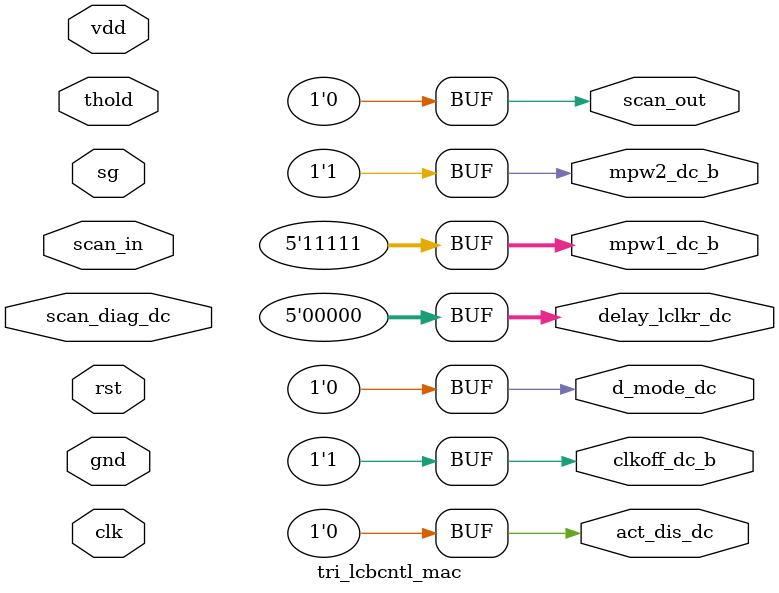
<source format=v>

`timescale 1 ns / 1 ns


`include "tri_a2o.vh"

module tri_lcbcntl_mac (
   vdd,
   gnd,
   sg,
   clk,
   rst,
   scan_in,
   scan_diag_dc,
   thold,
   clkoff_dc_b,
   delay_lclkr_dc,
   act_dis_dc,
   d_mode_dc,
   mpw1_dc_b,
   mpw2_dc_b,
   scan_out
);
   inout        vdd;
   inout        gnd;
   input        sg;
   input        clk;
   input        rst;
   input        scan_in;
   input        scan_diag_dc;
   input        thold;
   output       clkoff_dc_b;
   output [0:4] delay_lclkr_dc;
   output       act_dis_dc;
   output       d_mode_dc;
   output [0:4] mpw1_dc_b;
   output       mpw2_dc_b;
   output       scan_out;

   // tri_lcbcntl_mac

    (* analysis_not_referenced="true" *)
   wire         unused;

   assign clkoff_dc_b = 1'b1;
   assign delay_lclkr_dc = 5'b00000;
   assign act_dis_dc = 1'b0;
   assign d_mode_dc = 1'b0;
   assign mpw1_dc_b = 5'b11111;
   assign mpw2_dc_b = 1'b1;
   assign scan_out = 1'b0;

   assign unused = vdd | gnd | sg | scan_in | scan_diag_dc | thold;
endmodule

</source>
